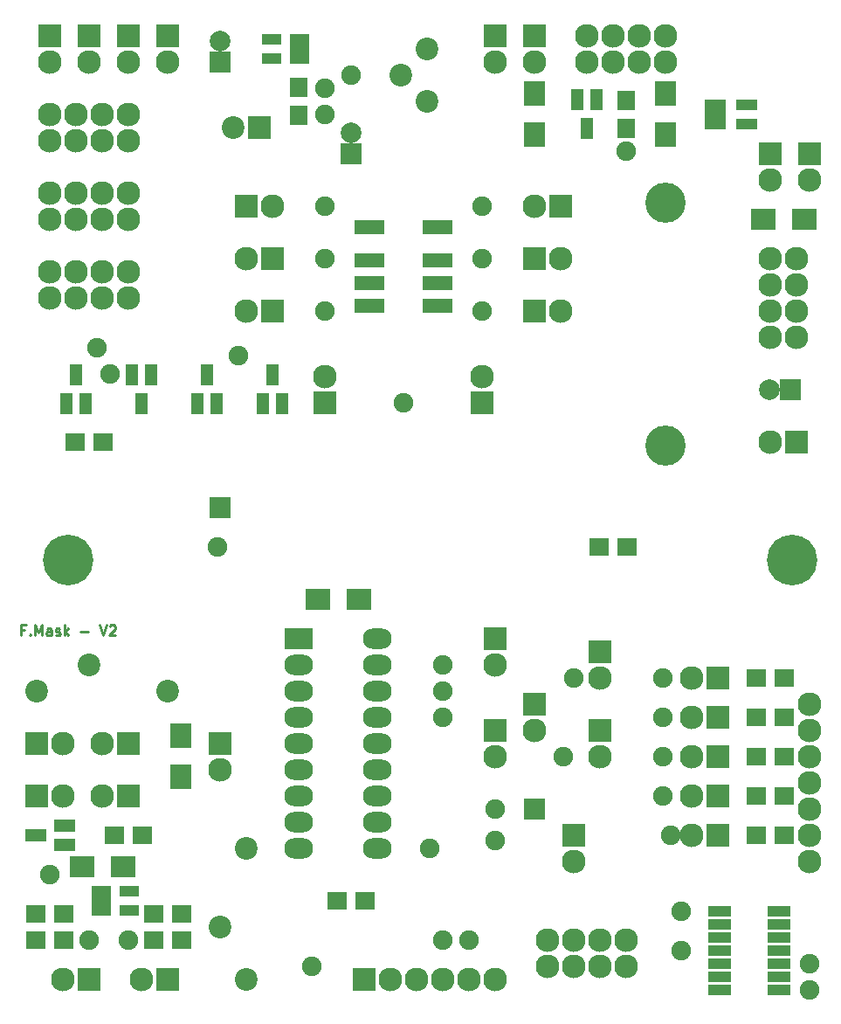
<source format=gbr>
G04 #@! TF.FileFunction,Soldermask,Top*
%FSLAX46Y46*%
G04 Gerber Fmt 4.6, Leading zero omitted, Abs format (unit mm)*
G04 Created by KiCad (PCBNEW 4.0.5) date 08/19/18 23:38:00*
%MOMM*%
%LPD*%
G01*
G04 APERTURE LIST*
%ADD10C,0.100000*%
%ADD11C,0.250000*%
%ADD12R,2.100000X2.100000*%
%ADD13C,3.900000*%
%ADD14R,2.300000X2.300000*%
%ADD15C,2.300000*%
%ADD16C,4.900000*%
%ADD17R,2.000000X2.000000*%
%ADD18C,2.000000*%
%ADD19R,2.000000X2.400000*%
%ADD20R,2.400000X2.000000*%
%ADD21R,3.000000X1.400000*%
%ADD22R,2.200000X2.200000*%
%ADD23C,2.200000*%
%ADD24R,1.700000X1.900000*%
%ADD25R,1.900000X1.700000*%
%ADD26R,2.100000X1.200000*%
%ADD27R,1.200000X2.100000*%
%ADD28R,1.960000X1.050000*%
%ADD29R,2.000000X1.100000*%
%ADD30R,2.800000X2.000000*%
%ADD31O,2.800000X2.000000*%
%ADD32R,2.200000X1.000000*%
%ADD33C,1.900000*%
G04 APERTURE END LIST*
D10*
D11*
X60733715Y-106786571D02*
X60400381Y-106786571D01*
X60400381Y-107310381D02*
X60400381Y-106310381D01*
X60876572Y-106310381D01*
X61257524Y-107215143D02*
X61305143Y-107262762D01*
X61257524Y-107310381D01*
X61209905Y-107262762D01*
X61257524Y-107215143D01*
X61257524Y-107310381D01*
X61733714Y-107310381D02*
X61733714Y-106310381D01*
X62067048Y-107024667D01*
X62400381Y-106310381D01*
X62400381Y-107310381D01*
X63305143Y-107310381D02*
X63305143Y-106786571D01*
X63257524Y-106691333D01*
X63162286Y-106643714D01*
X62971809Y-106643714D01*
X62876571Y-106691333D01*
X63305143Y-107262762D02*
X63209905Y-107310381D01*
X62971809Y-107310381D01*
X62876571Y-107262762D01*
X62828952Y-107167524D01*
X62828952Y-107072286D01*
X62876571Y-106977048D01*
X62971809Y-106929429D01*
X63209905Y-106929429D01*
X63305143Y-106881810D01*
X63733714Y-107262762D02*
X63828952Y-107310381D01*
X64019428Y-107310381D01*
X64114667Y-107262762D01*
X64162286Y-107167524D01*
X64162286Y-107119905D01*
X64114667Y-107024667D01*
X64019428Y-106977048D01*
X63876571Y-106977048D01*
X63781333Y-106929429D01*
X63733714Y-106834190D01*
X63733714Y-106786571D01*
X63781333Y-106691333D01*
X63876571Y-106643714D01*
X64019428Y-106643714D01*
X64114667Y-106691333D01*
X64590857Y-107310381D02*
X64590857Y-106310381D01*
X64686095Y-106929429D02*
X64971810Y-107310381D01*
X64971810Y-106643714D02*
X64590857Y-107024667D01*
X66162286Y-106929429D02*
X66924191Y-106929429D01*
X68019429Y-106310381D02*
X68352762Y-107310381D01*
X68686096Y-106310381D01*
X68971810Y-106405619D02*
X69019429Y-106358000D01*
X69114667Y-106310381D01*
X69352763Y-106310381D01*
X69448001Y-106358000D01*
X69495620Y-106405619D01*
X69543239Y-106500857D01*
X69543239Y-106596095D01*
X69495620Y-106738952D01*
X68924191Y-107310381D01*
X69543239Y-107310381D01*
D12*
X110160000Y-124130000D03*
X79680000Y-94920000D03*
D13*
X122860000Y-88890000D03*
X122860000Y-65390000D03*
D14*
X70790000Y-49200000D03*
D15*
X70790000Y-51740000D03*
D16*
X64900000Y-100000000D03*
D17*
X79680000Y-51740000D03*
D18*
X79680000Y-49740000D03*
D17*
X92380000Y-60630000D03*
D18*
X92380000Y-58630000D03*
D19*
X110160000Y-54820000D03*
X110160000Y-58820000D03*
X122860000Y-54820000D03*
X122860000Y-58820000D03*
D20*
X136290000Y-66980000D03*
X132290000Y-66980000D03*
D17*
X134925000Y-83490000D03*
D18*
X132925000Y-83490000D03*
D20*
X93110000Y-103810000D03*
X89110000Y-103810000D03*
D19*
X75870000Y-121050000D03*
X75870000Y-117050000D03*
D20*
X66250000Y-129718000D03*
X70250000Y-129718000D03*
D21*
X100760000Y-70960000D03*
X100760000Y-73160000D03*
X100760000Y-75360000D03*
X100760000Y-67760000D03*
X94160000Y-67760000D03*
X94160000Y-75360000D03*
X94160000Y-73160000D03*
X94160000Y-70960000D03*
D22*
X83490000Y-58090000D03*
D23*
X80950000Y-58090000D03*
D24*
X87300000Y-54200000D03*
X87300000Y-56900000D03*
D23*
X99746000Y-50470000D03*
X97206000Y-53010000D03*
X99746000Y-55550000D03*
D24*
X119050000Y-58170000D03*
X119050000Y-55470000D03*
D25*
X131670000Y-126670000D03*
X134370000Y-126670000D03*
X131670000Y-122860000D03*
X134370000Y-122860000D03*
X131670000Y-119050000D03*
X134370000Y-119050000D03*
X131670000Y-115240000D03*
X134370000Y-115240000D03*
X131670000Y-111430000D03*
X134370000Y-111430000D03*
X119130000Y-98730000D03*
X116430000Y-98730000D03*
X65630000Y-88570000D03*
X68330000Y-88570000D03*
X73250000Y-134290000D03*
X75950000Y-134290000D03*
X64520000Y-134290000D03*
X61820000Y-134290000D03*
X69440000Y-126670000D03*
X72140000Y-126670000D03*
X75950000Y-136830000D03*
X73250000Y-136830000D03*
X61820000Y-136830000D03*
X64520000Y-136830000D03*
D14*
X74600000Y-49200000D03*
D15*
X74600000Y-51740000D03*
D26*
X64570000Y-127620000D03*
X64570000Y-125720000D03*
X61770000Y-126670000D03*
D27*
X64760000Y-84890000D03*
X66660000Y-84890000D03*
X65710000Y-82090000D03*
X73010000Y-82090000D03*
X71110000Y-82090000D03*
X72060000Y-84890000D03*
X77460000Y-84890000D03*
X79360000Y-84890000D03*
X78410000Y-82090000D03*
X83810000Y-84890000D03*
X85710000Y-84890000D03*
X84760000Y-82090000D03*
D28*
X87380000Y-51420000D03*
X87380000Y-50470000D03*
X87380000Y-49520000D03*
X84680000Y-49520000D03*
X84680000Y-51420000D03*
D27*
X116190000Y-55420000D03*
X114290000Y-55420000D03*
X115240000Y-58220000D03*
D29*
X127710000Y-55870000D03*
X127710000Y-56820000D03*
X127710000Y-57770000D03*
X130710000Y-57770000D03*
X130710000Y-55870000D03*
D15*
X136830000Y-129210000D03*
X136830000Y-119050000D03*
X136830000Y-116510000D03*
X136830000Y-113970000D03*
X136830000Y-121590000D03*
X136830000Y-124130000D03*
X136830000Y-126670000D03*
D30*
X87300000Y-107620000D03*
D31*
X94920000Y-127940000D03*
X87300000Y-110160000D03*
X94920000Y-125400000D03*
X87300000Y-112700000D03*
X94920000Y-122860000D03*
X87300000Y-115240000D03*
X94920000Y-120320000D03*
X87300000Y-117780000D03*
X94920000Y-117780000D03*
X87300000Y-120320000D03*
X94920000Y-115240000D03*
X87300000Y-122860000D03*
X94920000Y-112700000D03*
X87300000Y-125400000D03*
X94920000Y-110160000D03*
X87300000Y-127940000D03*
X94920000Y-107620000D03*
D28*
X68170000Y-132070000D03*
X68170000Y-133020000D03*
X68170000Y-133970000D03*
X70870000Y-133970000D03*
X70870000Y-132070000D03*
D32*
X128138000Y-134036000D03*
X128138000Y-135306000D03*
X128138000Y-136576000D03*
X128138000Y-137846000D03*
X128138000Y-139116000D03*
X128138000Y-140386000D03*
X128138000Y-141656000D03*
X133838000Y-141656000D03*
X133838000Y-140386000D03*
X133838000Y-139116000D03*
X133838000Y-137846000D03*
X133838000Y-136576000D03*
X133838000Y-135306000D03*
X133838000Y-134036000D03*
D14*
X66980000Y-49200000D03*
D15*
X66980000Y-51740000D03*
D14*
X106350000Y-49200000D03*
D15*
X106350000Y-51740000D03*
D14*
X135560000Y-88570000D03*
D15*
X133020000Y-88570000D03*
D14*
X82220000Y-65710000D03*
D15*
X84760000Y-65710000D03*
D14*
X112700000Y-65710000D03*
D15*
X110160000Y-65710000D03*
D14*
X127940000Y-126670000D03*
D15*
X125400000Y-126670000D03*
D14*
X127940000Y-122860000D03*
D15*
X125400000Y-122860000D03*
D14*
X127940000Y-119050000D03*
D15*
X125400000Y-119050000D03*
D14*
X127940000Y-115240000D03*
D15*
X125400000Y-115240000D03*
D14*
X89840000Y-84760000D03*
D15*
X89840000Y-82220000D03*
D14*
X105080000Y-84760000D03*
D15*
X105080000Y-82220000D03*
D14*
X127940000Y-111430000D03*
D15*
X125400000Y-111430000D03*
D14*
X110160000Y-113970000D03*
D15*
X110160000Y-116510000D03*
D14*
X106350000Y-116510000D03*
D15*
X106350000Y-119050000D03*
D14*
X61900000Y-122860000D03*
D15*
X64440000Y-122860000D03*
D14*
X61900000Y-117780000D03*
D15*
X64440000Y-117780000D03*
D14*
X116510000Y-108890000D03*
D15*
X116510000Y-111430000D03*
D14*
X116510000Y-116510000D03*
D15*
X116510000Y-119050000D03*
D14*
X113970000Y-126670000D03*
D15*
X113970000Y-129210000D03*
D14*
X84760000Y-75870000D03*
D15*
X82220000Y-75870000D03*
D14*
X110160000Y-75870000D03*
D15*
X112700000Y-75870000D03*
D14*
X110160000Y-70790000D03*
D15*
X112700000Y-70790000D03*
D14*
X84760000Y-70790000D03*
D15*
X82220000Y-70790000D03*
D14*
X63170000Y-49200000D03*
D15*
X63170000Y-51740000D03*
D16*
X135100000Y-100000000D03*
D14*
X133020000Y-60630000D03*
D15*
X133020000Y-63170000D03*
X65710000Y-74600000D03*
X63170000Y-74600000D03*
X68250000Y-74600000D03*
X70790000Y-74600000D03*
X70790000Y-72060000D03*
X68250000Y-72060000D03*
X63170000Y-72060000D03*
X65710000Y-72060000D03*
X68250000Y-64440000D03*
X70790000Y-64440000D03*
X65710000Y-64440000D03*
X63170000Y-64440000D03*
X63170000Y-66980000D03*
X65710000Y-66980000D03*
X70790000Y-66980000D03*
X68250000Y-66980000D03*
X117780000Y-51740000D03*
X115240000Y-51740000D03*
X120320000Y-51740000D03*
X122860000Y-51740000D03*
X122860000Y-49200000D03*
X120320000Y-49200000D03*
X115240000Y-49200000D03*
X117780000Y-49200000D03*
X65710000Y-59360000D03*
X63170000Y-59360000D03*
X68250000Y-59360000D03*
X70790000Y-59360000D03*
X70790000Y-56820000D03*
X68250000Y-56820000D03*
X63170000Y-56820000D03*
X65710000Y-56820000D03*
X113970000Y-139370000D03*
X111430000Y-139370000D03*
X116510000Y-139370000D03*
X119050000Y-139370000D03*
X119050000Y-136830000D03*
X116510000Y-136830000D03*
X111430000Y-136830000D03*
X113970000Y-136830000D03*
X135560000Y-75870000D03*
X135560000Y-78410000D03*
X133020000Y-78410000D03*
X133020000Y-75870000D03*
X133020000Y-70790000D03*
X133020000Y-73330000D03*
X135560000Y-73330000D03*
X135560000Y-70790000D03*
D14*
X106350000Y-107620000D03*
D15*
X106350000Y-110160000D03*
D14*
X74600000Y-140640000D03*
D15*
X72060000Y-140640000D03*
D14*
X70790000Y-122860000D03*
D15*
X68250000Y-122860000D03*
D14*
X70790000Y-117780000D03*
D15*
X68250000Y-117780000D03*
D14*
X79680000Y-117780000D03*
D15*
X79680000Y-120320000D03*
D14*
X66980000Y-140640000D03*
D15*
X64440000Y-140640000D03*
D33*
X66980000Y-136830000D03*
X63170000Y-130480000D03*
X70790000Y-136830000D03*
X89840000Y-70790000D03*
X89840000Y-75870000D03*
X106350000Y-127178000D03*
X136830000Y-139116000D03*
X105080000Y-70790000D03*
X124384000Y-134036000D03*
X105080000Y-75870000D03*
X122606000Y-111430000D03*
X103810000Y-136830000D03*
X101270000Y-136830000D03*
X124384000Y-137846000D03*
X101270000Y-112700000D03*
X105080000Y-65710000D03*
X89840000Y-65710000D03*
X101270000Y-115240000D03*
X97460000Y-84760000D03*
X106350000Y-124130000D03*
X88570000Y-139370000D03*
X136830000Y-141656000D03*
X100000000Y-127940000D03*
X79426000Y-98730000D03*
X112954000Y-119050000D03*
X122606000Y-115240000D03*
X113970000Y-111430000D03*
X122606000Y-119050000D03*
X101270000Y-110160000D03*
X122606000Y-122860000D03*
X123368000Y-126670000D03*
X81458000Y-80188000D03*
X67742000Y-79426000D03*
X69012000Y-81966000D03*
X119050000Y-60376000D03*
X92380000Y-53010000D03*
X89840000Y-54280000D03*
X89840000Y-56820000D03*
D14*
X93650000Y-140640000D03*
D15*
X96190000Y-140640000D03*
X98730000Y-140640000D03*
X101270000Y-140640000D03*
X103810000Y-140640000D03*
X106350000Y-140640000D03*
D23*
X82220000Y-127940000D03*
X79680000Y-135560000D03*
X82220000Y-140640000D03*
D14*
X110160000Y-49200000D03*
D15*
X110160000Y-51740000D03*
D25*
X91030000Y-133020000D03*
X93730000Y-133020000D03*
D14*
X136830000Y-60630000D03*
D15*
X136830000Y-63170000D03*
D23*
X74600000Y-112700000D03*
X66980000Y-110160000D03*
X61900000Y-112700000D03*
M02*

</source>
